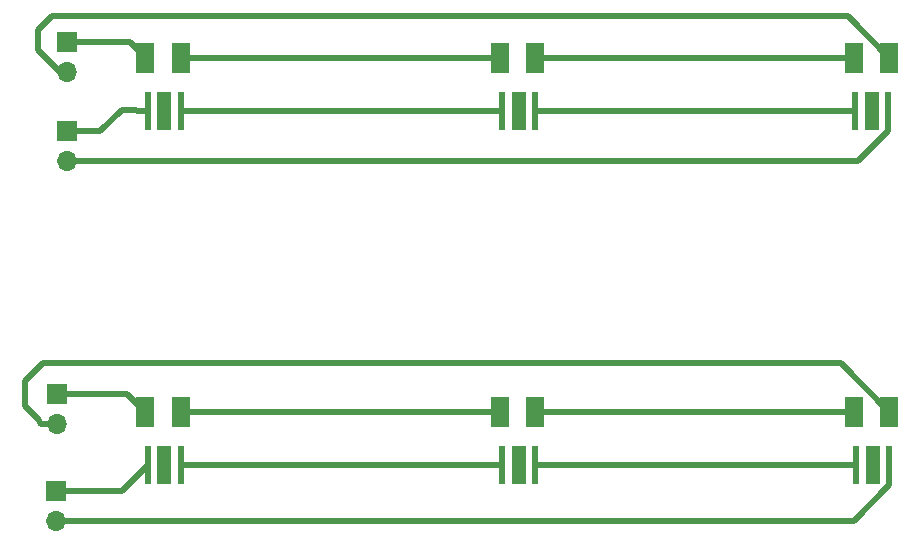
<source format=gbr>
%TF.GenerationSoftware,KiCad,Pcbnew,7.0.9-7.0.9~ubuntu22.04.1*%
%TF.CreationDate,2023-12-20T21:39:58+00:00*%
%TF.ProjectId,green_uv_led_pcb,67726565-6e5f-4757-965f-6c65645f7063,rev?*%
%TF.SameCoordinates,Original*%
%TF.FileFunction,Copper,L1,Top*%
%TF.FilePolarity,Positive*%
%FSLAX46Y46*%
G04 Gerber Fmt 4.6, Leading zero omitted, Abs format (unit mm)*
G04 Created by KiCad (PCBNEW 7.0.9-7.0.9~ubuntu22.04.1) date 2023-12-20 21:39:58*
%MOMM*%
%LPD*%
G01*
G04 APERTURE LIST*
%TA.AperFunction,SMDPad,CuDef*%
%ADD10R,1.500000X2.600000*%
%TD*%
%TA.AperFunction,ComponentPad*%
%ADD11R,1.700000X1.700000*%
%TD*%
%TA.AperFunction,ComponentPad*%
%ADD12O,1.700000X1.700000*%
%TD*%
%TA.AperFunction,SMDPad,CuDef*%
%ADD13R,0.500000X3.300000*%
%TD*%
%TA.AperFunction,SMDPad,CuDef*%
%ADD14R,1.300000X3.300000*%
%TD*%
%TA.AperFunction,Conductor*%
%ADD15C,0.500000*%
%TD*%
G04 APERTURE END LIST*
D10*
%TO.P,D10,1,K*%
%TO.N,Net-(D10-K)*%
X141500000Y-107000000D03*
%TO.P,D10,2,A*%
%TO.N,Net-(D10-A)*%
X138500000Y-107000000D03*
%TD*%
D11*
%TO.P,J4,1,Pin_1*%
%TO.N,Net-(D13-A)*%
X100900000Y-113700000D03*
D12*
%TO.P,J4,2,Pin_2*%
%TO.N,Net-(D15-K)*%
X100900000Y-116240000D03*
%TD*%
D13*
%TO.P,D6,1,K*%
%TO.N,Net-(D6-K)*%
X141500000Y-81500000D03*
%TO.P,D6,2,A*%
%TO.N,Net-(D5-K)*%
X138700000Y-81500000D03*
D14*
%TO.P,D6,3*%
%TO.N,N/C*%
X140100000Y-81500000D03*
%TD*%
D11*
%TO.P,J2,1,Pin_1*%
%TO.N,Net-(D5-A)*%
X101900000Y-83200000D03*
D12*
%TO.P,J2,2,Pin_2*%
%TO.N,Net-(D7-K)*%
X101900000Y-85740000D03*
%TD*%
D11*
%TO.P,J3,1,Pin_1*%
%TO.N,Net-(D9-A)*%
X101000000Y-105460000D03*
D12*
%TO.P,J3,2,Pin_2*%
%TO.N,Net-(D11-K)*%
X101000000Y-108000000D03*
%TD*%
D13*
%TO.P,D7,1,K*%
%TO.N,Net-(D7-K)*%
X171400000Y-81500000D03*
%TO.P,D7,2,A*%
%TO.N,Net-(D6-K)*%
X168600000Y-81500000D03*
D14*
%TO.P,D7,3*%
%TO.N,N/C*%
X170000000Y-81500000D03*
%TD*%
D10*
%TO.P,D3,1,K*%
%TO.N,Net-(D3-K)*%
X171500000Y-77000000D03*
%TO.P,D3,2,A*%
%TO.N,Net-(D2-K)*%
X168500000Y-77000000D03*
%TD*%
D13*
%TO.P,D14,1,K*%
%TO.N,Net-(D14-K)*%
X141500000Y-111500000D03*
%TO.P,D14,2,A*%
%TO.N,Net-(D13-K)*%
X138700000Y-111500000D03*
D14*
%TO.P,D14,3*%
%TO.N,N/C*%
X140100000Y-111500000D03*
%TD*%
D10*
%TO.P,D11,1,K*%
%TO.N,Net-(D11-K)*%
X171500000Y-107000000D03*
%TO.P,D11,2,A*%
%TO.N,Net-(D10-K)*%
X168500000Y-107000000D03*
%TD*%
%TO.P,D2,1,K*%
%TO.N,Net-(D2-K)*%
X141500000Y-77000000D03*
%TO.P,D2,2,A*%
%TO.N,Net-(D1-K)*%
X138500000Y-77000000D03*
%TD*%
%TO.P,D9,1,K*%
%TO.N,Net-(D10-A)*%
X111500000Y-107000000D03*
%TO.P,D9,2,A*%
%TO.N,Net-(D9-A)*%
X108500000Y-107000000D03*
%TD*%
D11*
%TO.P,J1,1,Pin_1*%
%TO.N,Net-(D1-A)*%
X101900000Y-75700000D03*
D12*
%TO.P,J1,2,Pin_2*%
%TO.N,Net-(D3-K)*%
X101900000Y-78240000D03*
%TD*%
D10*
%TO.P,D1,1,K*%
%TO.N,Net-(D1-K)*%
X111500000Y-77000000D03*
%TO.P,D1,2,A*%
%TO.N,Net-(D1-A)*%
X108500000Y-77000000D03*
%TD*%
D13*
%TO.P,D5,1,K*%
%TO.N,Net-(D5-K)*%
X111500000Y-81500000D03*
%TO.P,D5,2,A*%
%TO.N,Net-(D5-A)*%
X108700000Y-81500000D03*
D14*
%TO.P,D5,3*%
%TO.N,N/C*%
X110100000Y-81500000D03*
%TD*%
D13*
%TO.P,D13,1,K*%
%TO.N,Net-(D13-K)*%
X111500000Y-111500000D03*
%TO.P,D13,2,A*%
%TO.N,Net-(D13-A)*%
X108700000Y-111500000D03*
D14*
%TO.P,D13,3*%
%TO.N,N/C*%
X110100000Y-111500000D03*
%TD*%
D13*
%TO.P,D15,1,K*%
%TO.N,Net-(D15-K)*%
X171500000Y-111500000D03*
%TO.P,D15,2,A*%
%TO.N,Net-(D14-K)*%
X168700000Y-111500000D03*
D14*
%TO.P,D15,3*%
%TO.N,N/C*%
X170100000Y-111500000D03*
%TD*%
D15*
%TO.N,Net-(D1-K)*%
X111500000Y-77000000D02*
X138500000Y-77000000D01*
%TO.N,Net-(D1-A)*%
X101900000Y-75700000D02*
X107200000Y-75700000D01*
X107200000Y-75700000D02*
X108500000Y-77000000D01*
%TO.N,Net-(D2-K)*%
X141500000Y-77000000D02*
X168500000Y-77000000D01*
%TO.N,Net-(D3-K)*%
X99400000Y-76400000D02*
X101240000Y-78240000D01*
X99400000Y-74700000D02*
X99400000Y-76400000D01*
X171500000Y-77000000D02*
X168000000Y-73500000D01*
X101240000Y-78240000D02*
X101900000Y-78240000D01*
X100600000Y-73500000D02*
X99400000Y-74700000D01*
X168000000Y-73500000D02*
X100600000Y-73500000D01*
%TO.N,Net-(D5-K)*%
X111500000Y-81500000D02*
X138700000Y-81500000D01*
%TO.N,Net-(D5-A)*%
X106500000Y-81400000D02*
X107700000Y-81400000D01*
X104700000Y-83200000D02*
X106500000Y-81400000D01*
X107800000Y-81500000D02*
X108700000Y-81500000D01*
X107700000Y-81400000D02*
X107800000Y-81500000D01*
X101900000Y-83200000D02*
X104700000Y-83200000D01*
%TO.N,Net-(D6-K)*%
X141500000Y-81500000D02*
X168600000Y-81500000D01*
%TO.N,Net-(D7-K)*%
X171400000Y-83200000D02*
X168860000Y-85740000D01*
X171400000Y-81500000D02*
X171400000Y-83200000D01*
X168860000Y-85740000D02*
X101900000Y-85740000D01*
%TO.N,Net-(D10-A)*%
X111500000Y-107000000D02*
X138500000Y-107000000D01*
%TO.N,Net-(D9-A)*%
X106960000Y-105460000D02*
X108500000Y-107000000D01*
X101000000Y-105460000D02*
X106960000Y-105460000D01*
%TO.N,Net-(D10-K)*%
X141500000Y-107000000D02*
X168500000Y-107000000D01*
%TO.N,Net-(D11-K)*%
X171500000Y-107000000D02*
X167400000Y-102900000D01*
X99700000Y-108000000D02*
X101000000Y-108000000D01*
X99500000Y-107700000D02*
X99500000Y-107800000D01*
X98300000Y-104400000D02*
X98300000Y-106500000D01*
X98300000Y-106500000D02*
X99500000Y-107700000D01*
X167400000Y-102900000D02*
X99800000Y-102900000D01*
X99800000Y-102900000D02*
X98300000Y-104400000D01*
X99500000Y-107800000D02*
X99700000Y-108000000D01*
%TO.N,Net-(D13-K)*%
X111500000Y-111500000D02*
X138700000Y-111500000D01*
%TO.N,Net-(D13-A)*%
X106500000Y-113700000D02*
X108700000Y-111500000D01*
X100900000Y-113700000D02*
X106500000Y-113700000D01*
%TO.N,Net-(D14-K)*%
X141500000Y-111500000D02*
X168700000Y-111500000D01*
%TO.N,Net-(D15-K)*%
X168460000Y-116240000D02*
X100900000Y-116240000D01*
X171500000Y-111500000D02*
X171500000Y-113200000D01*
X171500000Y-113200000D02*
X168460000Y-116240000D01*
%TD*%
M02*

</source>
